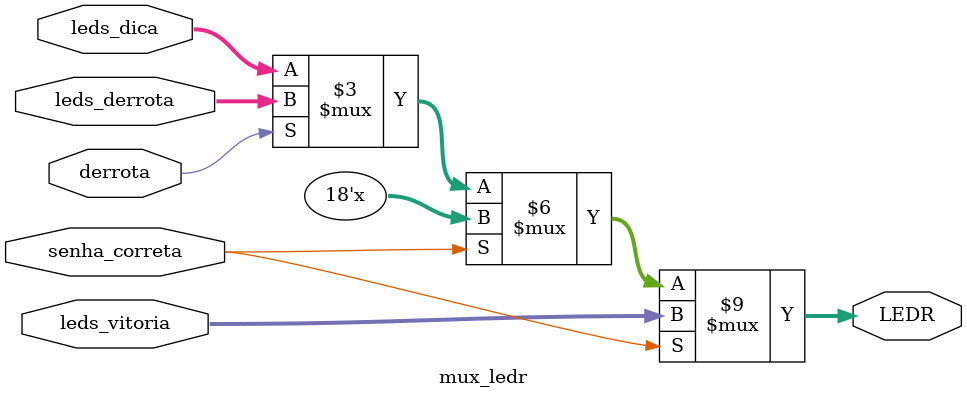
<source format=v>
module mux_ledr (
    input wire [17:0] leds_vitoria,
    input wire [17:0] leds_derrota,
    input wire [17:0] leds_dica,
    input wire senha_correta,
    input wire derrota,
    output reg [17:0] LEDR
);

    always @(*) begin
        if (senha_correta)
            LEDR = leds_vitoria;
        else if (derrota)
            LEDR = leds_derrota;
        else
            LEDR = leds_dica;
    end

endmodule

</source>
